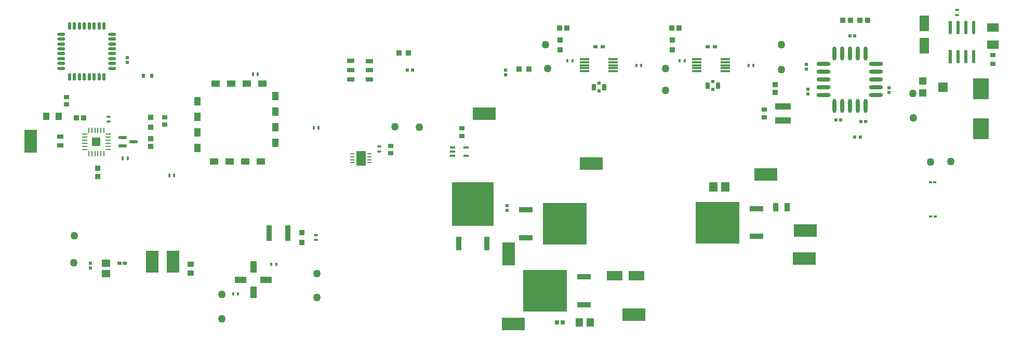
<source format=gbr>
G04*
G04 #@! TF.GenerationSoftware,Altium Limited,Altium Designer,25.5.2 (35)*
G04*
G04 Layer_Color=8421504*
%FSLAX44Y44*%
%MOMM*%
G71*
G04*
G04 #@! TF.SameCoordinates,F6FF292E-385D-4CED-94FC-DDC138C61579*
G04*
G04*
G04 #@! TF.FilePolarity,Positive*
G04*
G01*
G75*
%ADD18R,1.3914X1.3914*%
%ADD19R,0.9000X0.9700*%
%ADD20R,0.6600X0.6200*%
%ADD21R,0.5200X0.5600*%
%ADD22R,1.4700X1.2000*%
%ADD23R,2.0000X3.6000*%
%ADD24R,0.7000X0.2500*%
%ADD25R,1.6500X2.3800*%
G04:AMPARAMS|DCode=26|XSize=0.614mm|YSize=0.414mm|CornerRadius=0.1035mm|HoleSize=0mm|Usage=FLASHONLY|Rotation=90.000|XOffset=0mm|YOffset=0mm|HoleType=Round|Shape=RoundedRectangle|*
%AMROUNDEDRECTD26*
21,1,0.6140,0.2070,0,0,90.0*
21,1,0.4070,0.4140,0,0,90.0*
1,1,0.2070,0.1035,0.2035*
1,1,0.2070,0.1035,-0.2035*
1,1,0.2070,-0.1035,-0.2035*
1,1,0.2070,-0.1035,0.2035*
%
%ADD26ROUNDEDRECTD26*%
%ADD27R,1.8288X1.0160*%
%ADD28R,1.0500X0.9000*%
%ADD29R,0.9500X0.8500*%
%ADD30R,1.3208X1.0160*%
%ADD31R,1.1430X0.7620*%
%ADD32R,0.9500X2.2000*%
%ADD33R,0.4725X0.5153*%
%ADD34R,0.9000X0.7500*%
G04:AMPARAMS|DCode=35|XSize=0.614mm|YSize=0.414mm|CornerRadius=0.1035mm|HoleSize=0mm|Usage=FLASHONLY|Rotation=0.000|XOffset=0mm|YOffset=0mm|HoleType=Round|Shape=RoundedRectangle|*
%AMROUNDEDRECTD35*
21,1,0.6140,0.2070,0,0,0.0*
21,1,0.4070,0.4140,0,0,0.0*
1,1,0.2070,0.2035,-0.1035*
1,1,0.2070,-0.2035,-0.1035*
1,1,0.2070,-0.2035,0.1035*
1,1,0.2070,0.2035,0.1035*
%
%ADD35ROUNDEDRECTD35*%
G04:AMPARAMS|DCode=36|XSize=0.4mm|YSize=0.85mm|CornerRadius=0.05mm|HoleSize=0mm|Usage=FLASHONLY|Rotation=90.000|XOffset=0mm|YOffset=0mm|HoleType=Round|Shape=RoundedRectangle|*
%AMROUNDEDRECTD36*
21,1,0.4000,0.7500,0,0,90.0*
21,1,0.3000,0.8500,0,0,90.0*
1,1,0.1000,0.3750,0.1500*
1,1,0.1000,0.3750,-0.1500*
1,1,0.1000,-0.3750,-0.1500*
1,1,0.1000,-0.3750,0.1500*
%
%ADD36ROUNDEDRECTD36*%
%ADD37R,0.8121X0.7581*%
%ADD38R,0.2425X0.9096*%
G04:AMPARAMS|DCode=39|XSize=0.9096mm|YSize=0.2425mm|CornerRadius=0.1212mm|HoleSize=0mm|Usage=FLASHONLY|Rotation=90.000|XOffset=0mm|YOffset=0mm|HoleType=Round|Shape=RoundedRectangle|*
%AMROUNDEDRECTD39*
21,1,0.9096,0.0000,0,0,90.0*
21,1,0.6672,0.2425,0,0,90.0*
1,1,0.2425,0.0000,0.3336*
1,1,0.2425,0.0000,-0.3336*
1,1,0.2425,0.0000,-0.3336*
1,1,0.2425,0.0000,0.3336*
%
%ADD39ROUNDEDRECTD39*%
%ADD40R,1.0000X0.8000*%
%ADD41R,0.9400X0.8600*%
G04:AMPARAMS|DCode=42|XSize=1.29mm|YSize=0.5mm|CornerRadius=0.125mm|HoleSize=0mm|Usage=FLASHONLY|Rotation=0.000|XOffset=0mm|YOffset=0mm|HoleType=Round|Shape=RoundedRectangle|*
%AMROUNDEDRECTD42*
21,1,1.2900,0.2500,0,0,0.0*
21,1,1.0400,0.5000,0,0,0.0*
1,1,0.2500,0.5200,-0.1250*
1,1,0.2500,-0.5200,-0.1250*
1,1,0.2500,-0.5200,0.1250*
1,1,0.2500,0.5200,0.1250*
%
%ADD42ROUNDEDRECTD42*%
G04:AMPARAMS|DCode=43|XSize=0.2425mm|YSize=0.9096mm|CornerRadius=0.1212mm|HoleSize=0mm|Usage=FLASHONLY|Rotation=90.000|XOffset=0mm|YOffset=0mm|HoleType=Round|Shape=RoundedRectangle|*
%AMROUNDEDRECTD43*
21,1,0.2425,0.6672,0,0,90.0*
21,1,0.0000,0.9096,0,0,90.0*
1,1,0.2425,0.3336,0.0000*
1,1,0.2425,0.3336,0.0000*
1,1,0.2425,-0.3336,0.0000*
1,1,0.2425,-0.3336,0.0000*
%
%ADD43ROUNDEDRECTD43*%
%ADD44O,1.3000X0.5500*%
%ADD45R,1.0160X1.3208*%
%ADD46R,0.5200X0.5200*%
%ADD47R,1.1500X1.4500*%
%ADD48R,2.6000X1.6000*%
%ADD49R,2.2000X0.9500*%
%ADD50R,0.5588X0.5334*%
%ADD51R,1.4000X1.5000*%
%ADD52R,0.9500X1.4000*%
%ADD53R,0.5000X0.6000*%
%ADD54R,0.5153X0.4725*%
%ADD55R,2.5400X1.0150*%
%ADD56O,2.3000X0.6000*%
%ADD57O,0.6000X2.3000*%
%ADD58R,0.5200X0.5200*%
G04:AMPARAMS|DCode=59|XSize=0.3mm|YSize=1.55mm|CornerRadius=0.0495mm|HoleSize=0mm|Usage=FLASHONLY|Rotation=90.000|XOffset=0mm|YOffset=0mm|HoleType=Round|Shape=RoundedRectangle|*
%AMROUNDEDRECTD59*
21,1,0.3000,1.4510,0,0,90.0*
21,1,0.2010,1.5500,0,0,90.0*
1,1,0.0990,0.7255,0.1005*
1,1,0.0990,0.7255,-0.1005*
1,1,0.0990,-0.7255,-0.1005*
1,1,0.0990,-0.7255,0.1005*
%
%ADD59ROUNDEDRECTD59*%
%ADD60R,0.4000X0.5000*%
%ADD61R,0.8061X0.8582*%
%ADD62R,1.2000X1.2000*%
%ADD63R,0.9000X0.6500*%
G04:AMPARAMS|DCode=64|XSize=2.1692mm|YSize=0.5821mm|CornerRadius=0.2911mm|HoleSize=0mm|Usage=FLASHONLY|Rotation=90.000|XOffset=0mm|YOffset=0mm|HoleType=Round|Shape=RoundedRectangle|*
%AMROUNDEDRECTD64*
21,1,2.1692,0.0000,0,0,90.0*
21,1,1.5870,0.5821,0,0,90.0*
1,1,0.5821,0.0000,0.7935*
1,1,0.5821,0.0000,-0.7935*
1,1,0.5821,0.0000,-0.7935*
1,1,0.5821,0.0000,0.7935*
%
%ADD64ROUNDEDRECTD64*%
%ADD65R,3.8000X2.0300*%
%ADD66C,1.2700*%
%ADD67R,2.0300X3.8000*%
%ADD68R,6.8000X7.2000*%
%ADD69R,0.6000X0.8000*%
%ADD70R,7.2000X6.8000*%
%ADD71R,1.0000X1.2000*%
%ADD72R,0.5000X0.4500*%
G04:AMPARAMS|DCode=73|XSize=0.3556mm|YSize=0.5588mm|CornerRadius=0.0889mm|HoleSize=0mm|Usage=FLASHONLY|Rotation=0.000|XOffset=0mm|YOffset=0mm|HoleType=Round|Shape=RoundedRectangle|*
%AMROUNDEDRECTD73*
21,1,0.3556,0.3810,0,0,0.0*
21,1,0.1778,0.5588,0,0,0.0*
1,1,0.1778,0.0889,-0.1905*
1,1,0.1778,-0.0889,-0.1905*
1,1,0.1778,-0.0889,0.1905*
1,1,0.1778,0.0889,0.1905*
%
%ADD73ROUNDEDRECTD73*%
%ADD74R,1.9000X1.4000*%
%ADD75R,0.6350X0.6096*%
%ADD76R,1.5000X1.6000*%
%ADD77R,0.8065X0.8682*%
%ADD78R,0.7620X1.0160*%
%ADD79R,0.9000X0.8500*%
%ADD80R,0.5821X2.1692*%
%ADD81R,1.6000X2.6000*%
%ADD82O,0.5500X1.3000*%
%ADD83R,1.0160X1.8288*%
%ADD84R,0.9300X0.8900*%
%ADD85R,0.9000X2.5000*%
%ADD86R,2.5000X3.5000*%
%ADD87R,0.6500X0.6500*%
D18*
X441952Y573240D02*
D03*
D19*
X1130832Y692150D02*
D03*
X1146532D02*
D03*
X934998Y717804D02*
D03*
X950698D02*
D03*
D20*
X488317Y375121D02*
D03*
X479517D02*
D03*
D21*
X432054Y375592D02*
D03*
Y367792D02*
D03*
D22*
X457962Y375122D02*
D03*
Y357922D02*
D03*
D23*
X532910Y377952D02*
D03*
X566910D02*
D03*
D24*
X886998Y539108D02*
D03*
X858998Y544108D02*
D03*
Y554108D02*
D03*
X886998Y544108D02*
D03*
Y554108D02*
D03*
Y549108D02*
D03*
X858998D02*
D03*
Y539108D02*
D03*
D25*
X872998Y546608D02*
D03*
D26*
X804100Y595884D02*
D03*
X493012Y546608D02*
D03*
X704912Y683768D02*
D03*
X485012Y546608D02*
D03*
X696912Y683768D02*
D03*
X560832Y518668D02*
D03*
X568832D02*
D03*
X796100Y595884D02*
D03*
D27*
X677291Y348488D02*
D03*
X718693D02*
D03*
D28*
X595884Y359018D02*
D03*
Y373518D02*
D03*
D29*
X444372Y516998D02*
D03*
X1547876Y666896D02*
D03*
Y653396D02*
D03*
X444372Y530498D02*
D03*
D30*
X633602Y541528D02*
D03*
X659002D02*
D03*
X684402D02*
D03*
X709802D02*
D03*
X661542Y668528D02*
D03*
X636142D02*
D03*
X712342D02*
D03*
X686942D02*
D03*
D31*
X886983Y674881D02*
D03*
X856504Y690121D02*
D03*
Y674881D02*
D03*
Y705361D02*
D03*
X886983Y690121D02*
D03*
X886654Y704646D02*
D03*
D32*
X1032323Y407496D02*
D03*
X1077923D02*
D03*
D33*
X1110996Y469597D02*
D03*
X492252Y710414D02*
D03*
X1601216Y658852D02*
D03*
X1733296Y653820D02*
D03*
X1598676Y699492D02*
D03*
X1110996Y462026D02*
D03*
X492252Y702842D02*
D03*
X1733296Y661392D02*
D03*
X1601216Y651280D02*
D03*
X1598676Y691920D02*
D03*
D34*
X922020Y566736D02*
D03*
X393192Y646588D02*
D03*
X553592Y601568D02*
D03*
X1530096Y613506D02*
D03*
X922020Y554736D02*
D03*
X1530096Y625506D02*
D03*
X393192Y634588D02*
D03*
X553592Y613568D02*
D03*
D35*
X799592Y421068D02*
D03*
X462152Y614108D02*
D03*
X1844548Y788098D02*
D03*
X903224Y565340D02*
D03*
X462152Y606108D02*
D03*
X903224Y557340D02*
D03*
X1844548Y780098D02*
D03*
X799592Y413068D02*
D03*
D36*
X1022096Y557426D02*
D03*
X1044596Y550926D02*
D03*
Y563926D02*
D03*
X1022096D02*
D03*
Y550926D02*
D03*
D37*
X1037336Y595296D02*
D03*
Y582756D02*
D03*
D38*
X429452Y554228D02*
D03*
D39*
X434452D02*
D03*
X439452D02*
D03*
X454452D02*
D03*
Y592253D02*
D03*
X429452D02*
D03*
X434452D02*
D03*
X439452D02*
D03*
X444452D02*
D03*
X449452D02*
D03*
Y554228D02*
D03*
X444452D02*
D03*
D40*
X383412Y582048D02*
D03*
Y567048D02*
D03*
D41*
X530352Y565808D02*
D03*
Y578208D02*
D03*
D42*
X502832Y573428D02*
D03*
X484632Y579928D02*
D03*
Y566928D02*
D03*
D43*
X460964Y580741D02*
D03*
Y575741D02*
D03*
Y560741D02*
D03*
Y565740D02*
D03*
X422939Y570741D02*
D03*
Y585741D02*
D03*
Y560741D02*
D03*
Y565740D02*
D03*
Y575741D02*
D03*
Y580741D02*
D03*
X460964Y585741D02*
D03*
Y570741D02*
D03*
D44*
X384712Y716948D02*
D03*
X467712Y724948D02*
D03*
Y716948D02*
D03*
Y700948D02*
D03*
X384712Y724948D02*
D03*
Y748948D02*
D03*
Y740948D02*
D03*
Y732948D02*
D03*
Y708948D02*
D03*
Y700948D02*
D03*
Y692948D02*
D03*
X467712D02*
D03*
Y708948D02*
D03*
Y732948D02*
D03*
Y740948D02*
D03*
Y748948D02*
D03*
D45*
X606932Y563118D02*
D03*
Y588518D02*
D03*
X733932Y572008D02*
D03*
Y622808D02*
D03*
X606932Y639318D02*
D03*
X733932Y648208D02*
D03*
Y597408D02*
D03*
X606932Y613918D02*
D03*
D46*
X948961Y690054D02*
D03*
X956961D02*
D03*
D47*
X1246746Y279146D02*
D03*
X1229246D02*
D03*
D48*
X1322256Y355346D02*
D03*
X1286256D02*
D03*
D49*
X1141483Y462156D02*
D03*
X1517896Y418906D02*
D03*
X1236783Y352876D02*
D03*
X1517896Y464506D02*
D03*
X1236783Y307276D02*
D03*
X1141483Y416556D02*
D03*
D50*
X1260856Y656717D02*
D03*
X1446276Y659257D02*
D03*
X1260856Y668655D02*
D03*
X1446276Y671195D02*
D03*
D51*
X1466596Y500126D02*
D03*
X1447596D02*
D03*
D52*
X1567286Y467106D02*
D03*
X1548786D02*
D03*
D53*
X1687416Y581406D02*
D03*
X1677416D02*
D03*
D54*
X1695147Y606806D02*
D03*
X1654556Y609346D02*
D03*
X1677367Y746506D02*
D03*
X1687576Y606806D02*
D03*
X1669796Y746506D02*
D03*
X1646985Y609346D02*
D03*
D55*
X1560576Y608081D02*
D03*
Y630931D02*
D03*
D56*
X1627296Y662006D02*
D03*
Y700106D02*
D03*
X1712296D02*
D03*
X1627296Y674706D02*
D03*
Y687406D02*
D03*
Y649306D02*
D03*
X1712296Y662006D02*
D03*
Y674706D02*
D03*
Y687406D02*
D03*
Y649306D02*
D03*
D57*
X1695196Y632206D02*
D03*
X1657096D02*
D03*
Y717206D02*
D03*
X1644396D02*
D03*
X1669796D02*
D03*
X1682496Y632206D02*
D03*
X1644396D02*
D03*
X1695196Y717206D02*
D03*
X1682496D02*
D03*
X1669796Y632206D02*
D03*
D58*
X1108456Y682498D02*
D03*
Y690498D02*
D03*
D59*
X1284106Y693246D02*
D03*
X1466986D02*
D03*
X1284106Y708246D02*
D03*
X1466986D02*
D03*
Y703246D02*
D03*
X1284106Y698246D02*
D03*
X1466986D02*
D03*
X1237606Y703246D02*
D03*
X1420486D02*
D03*
X1466986Y688246D02*
D03*
X1420486Y698246D02*
D03*
Y693246D02*
D03*
Y688246D02*
D03*
Y708246D02*
D03*
X1237606Y688246D02*
D03*
Y693246D02*
D03*
Y698246D02*
D03*
X1284106Y688246D02*
D03*
Y703246D02*
D03*
X1237606Y708246D02*
D03*
D60*
X1329816Y698246D02*
D03*
X1209676Y705866D02*
D03*
X1392556D02*
D03*
X1512696Y698246D02*
D03*
X1321816D02*
D03*
X1504696D02*
D03*
X1400556Y705866D02*
D03*
X1217676D02*
D03*
D61*
X1208447Y759206D02*
D03*
X1391327D02*
D03*
X409110Y612648D02*
D03*
X421132D02*
D03*
X1196425Y759206D02*
D03*
X1379305D02*
D03*
D62*
X1788956Y672686D02*
D03*
Y652686D02*
D03*
D63*
X1902968Y700278D02*
D03*
Y714778D02*
D03*
D64*
X1871218Y712202D02*
D03*
X1845818D02*
D03*
X1858518D02*
D03*
X1845818Y759474D02*
D03*
X1858518D02*
D03*
X1833118D02*
D03*
X1871218D02*
D03*
D65*
X1597152Y428752D02*
D03*
X1595374Y382524D02*
D03*
X1317752Y291592D02*
D03*
X1073658Y619252D02*
D03*
X1248156Y538226D02*
D03*
X1532636Y520446D02*
D03*
X1121156Y276606D02*
D03*
D66*
X405638Y420370D02*
D03*
X646430Y284480D02*
D03*
X801624Y319278D02*
D03*
X1173988Y731520D02*
D03*
X1369314Y657098D02*
D03*
X1558363Y731987D02*
D03*
X1773682Y612648D02*
D03*
X1801622Y540766D02*
D03*
X967994Y596900D02*
D03*
X928370Y597916D02*
D03*
X1834004Y541570D02*
D03*
X1772412Y652526D02*
D03*
X1558683Y691475D02*
D03*
X1369314Y693166D02*
D03*
X1177036Y692658D02*
D03*
X801097Y358392D02*
D03*
X646430Y324358D02*
D03*
X404876Y376428D02*
D03*
D67*
X1113536Y390906D02*
D03*
X334772Y574548D02*
D03*
D68*
X1055123Y471496D02*
D03*
D69*
X518772Y681228D02*
D03*
X531772D02*
D03*
D70*
X1453896Y441706D02*
D03*
X1205483Y439356D02*
D03*
X1172783Y330076D02*
D03*
D71*
X360492Y615188D02*
D03*
X380492D02*
D03*
D72*
X1808480Y507746D02*
D03*
X1800980D02*
D03*
X1808734Y451866D02*
D03*
X1801234D02*
D03*
D73*
X735076Y373888D02*
D03*
X726948D02*
D03*
X672846Y325120D02*
D03*
X664718D02*
D03*
D74*
X1902968Y731998D02*
D03*
Y759998D02*
D03*
D75*
X1449705Y728726D02*
D03*
X1437767D02*
D03*
X1266825D02*
D03*
X1254887D02*
D03*
D76*
X1821456Y662686D02*
D03*
D77*
X1658457Y771906D02*
D03*
X1686397D02*
D03*
X1670975D02*
D03*
X1698915D02*
D03*
D78*
X1269365Y662686D02*
D03*
X1454785Y665226D02*
D03*
X1252347Y662686D02*
D03*
X1437767Y665226D02*
D03*
D79*
X1380236Y723516D02*
D03*
X1197356D02*
D03*
X776732Y424838D02*
D03*
Y409338D02*
D03*
X1197356Y739016D02*
D03*
X1380236D02*
D03*
D80*
X1833118Y712202D02*
D03*
D81*
X1791208Y730318D02*
D03*
Y766318D02*
D03*
D82*
X398212Y679448D02*
D03*
X406212D02*
D03*
X414212D02*
D03*
X422212D02*
D03*
X430212D02*
D03*
X438212D02*
D03*
X446212D02*
D03*
X454212D02*
D03*
Y762448D02*
D03*
X446212D02*
D03*
X438212D02*
D03*
X430212D02*
D03*
X422212D02*
D03*
X414212D02*
D03*
X406212D02*
D03*
X398212D02*
D03*
D83*
X697992Y327787D02*
D03*
Y369189D02*
D03*
D84*
X530352Y596888D02*
D03*
Y613168D02*
D03*
D85*
X754132Y424708D02*
D03*
X723132D02*
D03*
D86*
X1883156Y594626D02*
D03*
Y659626D02*
D03*
D87*
X1202276Y279146D02*
D03*
X1192276D02*
D03*
M02*

</source>
